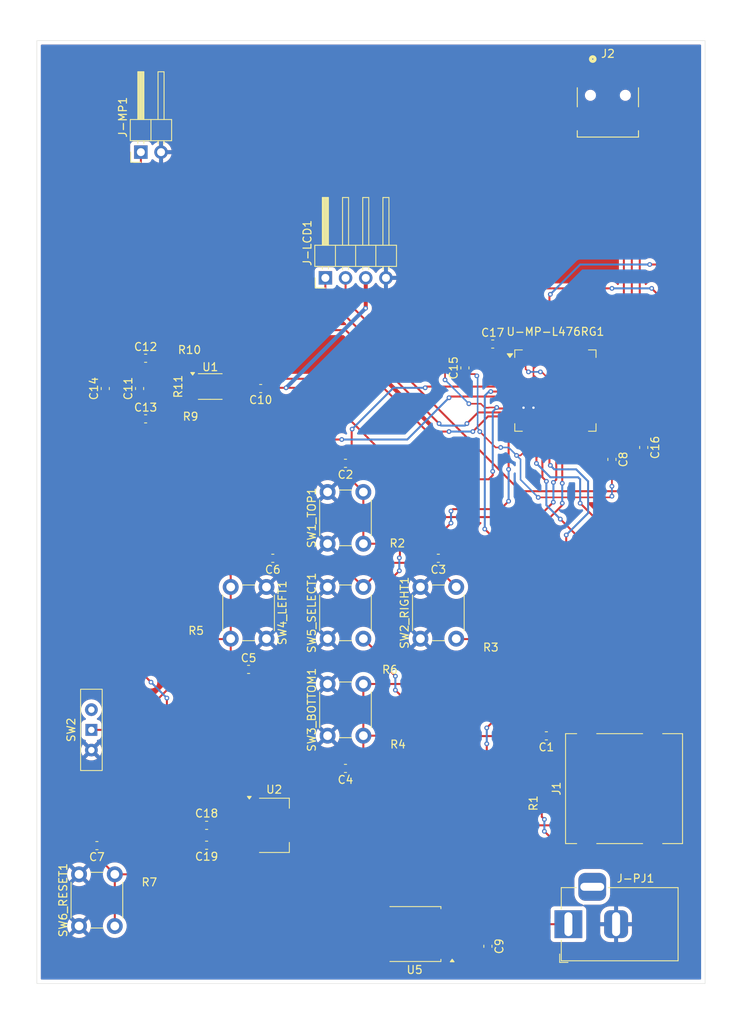
<source format=kicad_pcb>
(kicad_pcb (version 20240108) (generator "pcbnew") (generator_version "8.0")
  (layers (0 "F.Cu" signal) (31 "B.Cu" signal) (34 "B.Paste" user) (35 "F.Paste" user) (36 "B.SilkS" user "B.Silkscreen") (37 "F.SilkS" user "F.Silkscreen") (38 "B.Mask" user) (39 "F.Mask" user) (44 "Edge.Cuts" user))
  (net 0 "")
  (net 1 "MIC")
  (net 2 "GND")
  (net 3 "MSD_CS_SD")
  (net 4 "MSD_MOSI")
  (net 5 "MSD_SCK")
  (net 9 "3.3V")
  (net 12 "Net-(C11-Pad1)")
  (net 14 "Net-(C12-Pad2)")
  (net 16 "Net-(U1-INLO)")
  (net 17 "Net-(U1-INHI)")
  (net 26 "5V")
  (net 33 "PA1")
  (net 37 "PA10")
  (net 38 "PA11")
  (net 39 "PA12")
  (net 58 "MSD_MISO")
  (net 60 "BOTTOM_BUTTON")
  (net 61 "TOP_BUTTON")
  (net 62 "RIGHT_BUTTON")
  (net 63 "LEFT_BUTTON")
  (net 64 "RESET_BUTTON")
  (net 65 "SELECT_BUTTON")
  (net 66 "SCL")
  (net 67 "SDA")
  (net 68 "POWER")
  (net 69 "Net-(C16-Pad2)")
  (net 70 "Net-(C15-Pad1)")
  (net 71 "Net-(U-MP-L476RG1-VBAT)")
  (net 72 "Net-(C16-Pad1)")
  (footprint "Capacitor_SMD:C_0603_1608Metric" (layer "F.Cu") (at 139.328 102.429 180)
    (property "Reference" "C6")
    (property "Value" "0.1u")
  )
  (footprint "Capacitor_SMD:C_0603_1608Metric" (layer "F.Cu") (at 160.156 102.429 180)
    (property "Reference" "C3")
    (property "Value" "0.1u")
  )
  (footprint "Capacitor_SMD:C_0603_1608Metric" (layer "F.Cu") (at 123.326 77.283)
    (property "Reference" "C12")
    (property "Value" "0.1u")
  )
  (footprint "Button_Switch_THT:SW_PUSH_6mm" (layer "F.Cu") (at 146.222 100.599 90)
    (property "Reference" "SW1_TOP1")
    (property "Value" "SW_Push")
  )
  (footprint "Resistor_SMD:R_0201_0603Metric" (layer "F.Cu") (at 155 99.5 180)
    (property "Reference" "R2")
    (property "Value" "30k")
  )
  (footprint "Capacitor_SMD:C_0603_1608Metric" (layer "F.Cu") (at 173.75 124.75 180)
    (property "Reference" "C1")
    (property "Value" "100n")
  )
  (footprint "Resistor_SMD:R_0201_0603Metric" (layer "F.Cu") (at 126.374 80.839 -90)
    (property "Reference" "R11")
    (property "Value" "54.9")
  )
  (footprint "Button_Switch_THT:SW_PUSH_6mm" (layer "F.Cu") (at 157.906 112.537 90)
    (property "Reference" "SW2_RIGHT1")
    (property "Value" "SW_Push")
  )
  (footprint "Capacitor_SMD:C_0603_1608Metric" (layer "F.Cu") (at 136.28 116.399)
    (property "Reference" "C5")
    (property "Value" "0.1u")
  )
  (footprint "Capacitor_SMD:C_0603_1608Metric" (layer "F.Cu") (at 123.326 84.903)
    (property "Reference" "C13")
    (property "Value" "0.01u")
  )
  (footprint "Capacitor_SMD:C_0603_1608Metric" (layer "F.Cu") (at 131 138.5 180)
    (property "Reference" "C19")
    (property "Value" "10u")
  )
  (footprint "Package_QFP:LQFP-64_10x10mm_P0.5mm" (layer "F.Cu") (at 174.888 81.347)
    (property "Reference" "U-MP-L476RG1")
    (property "Value" "STM32L476RGTx")
  )
  (footprint "Capacitor_SMD:C_0603_1608Metric" (layer "F.Cu") (at 148.472 128.845 180)
    (property "Reference" "C4")
    (property "Value" "0.1u")
  )
  (footprint "Package_SO:MSOP-8_3x3mm_P0.65mm" (layer "F.Cu") (at 131.454 80.839)
    (property "Reference" "U1")
    (property "Value" "AD8313xRM")
  )
  (footprint "Button_Switch_THT:SW_PUSH_6mm" (layer "F.Cu") (at 138.53 106.037 -90)
    (property "Reference" "SW4_LEFT1")
    (property "Value" "SW_Push")
  )
  (footprint "Resistor_SMD:R_0201_0603Metric" (layer "F.Cu") (at 173.174 133.221 90)
    (property "Reference" "R1")
    (property "Value" "1k")
  )
  (footprint "Resistor_SMD:R_0201_0603Metric" (layer "F.Cu") (at 123.798 142.105 180)
    (property "Reference" "R7")
    (property "Value" "30k")
  )
  (footprint "Capacitor_SMD:C_0603_1608Metric" (layer "F.Cu") (at 166.394 151.2015 -90)
    (property "Reference" "C9")
    (property "Value" "10u")
  )
  (footprint "Button_Switch_THT:SW_PUSH_6mm" (layer "F.Cu") (at 146.222 124.729 90)
    (property "Reference" "SW3_BOTTOM1")
    (property "Value" "SW_Push")
  )
  (footprint "Port mini usb:TE_1734035-3" (layer "F.Cu") (at 181.492 45.279)
    (property "Reference" "J2")
    (property "Value" "1734035-3")
  )
  (footprint "Resistor_SMD:R_0201_0603Metric" (layer "F.Cu") (at 166.76 112.589 180)
    (property "Reference" "R3")
    (property "Value" "30k")
  )
  (footprint "Connector_Card:microSD_HC_Molex_47219-2001" (layer "F.Cu") (at 183.524 131.385 90)
    (property "Reference" "J1")
    (property "Value" "Micro_SD_Card")
  )
  (footprint "Button_Switch_THT:SW_Slide-03_Wuerth-WS-SLTV_10x2.5x6.4_P2.54mm" (layer "F.Cu") (at 116.5 124 90)
    (property "Reference" "SW2")
    (property "Value" "SW_Wuerth_450301014042")
  )
  (footprint "Capacitor_SMD:C_0603_1608Metric" (layer "F.Cu") (at 118.246 81.093 90)
    (property "Reference" "C14")
    (property "Value" "0.01u")
  )
  (footprint "Connector_PinHeader_2.54mm:PinHeader_1x02_P2.54mm_Horizontal" (layer "F.Cu") (at 122.725 51.375 90)
    (property "Reference" "J-MP1")
    (property "Value" "Conn_01x02_Pin")
  )
  (footprint "Capacitor_SMD:C_0603_1608Metric" (layer "F.Cu") (at 186 88.5 -90)
    (property "Reference" "C16")
    (property "Value" "100n")
  )
  (footprint "Resistor_SMD:R_0201_0603Metric" (layer "F.Cu") (at 155.076 124.781 180)
    (property "Reference" "R4")
    (property "Value" "30k")
  )
  (footprint "Button_Switch_THT:SW_PUSH_6mm" (layer "F.Cu") (at 114.944 148.657 90)
    (property "Reference" "SW6_RESET1")
    (property "Value" "SW_Push")
  )
  (footprint "Resistor_SMD:R_0201_0603Metric" (layer "F.Cu") (at 128.98 85.665)
    (property "Reference" "R9")
    (property "Value" "10")
  )
  (footprint "Resistor_SMD:R_0201_0603Metric" (layer "F.Cu") (at 128.845 77.283)
    (property "Reference" "R10")
    (property "Value" "10")
  )
  (footprint "Button_Switch_THT:SW_PUSH_6mm" (layer "F.Cu") (at 146.222 112.537 90)
    (property "Reference" "SW5_SELECT1")
    (property "Value" "SW_Push")
  )
  (footprint "Connector_PinHeader_2.54mm:PinHeader_1x04_P2.54mm_Horizontal" (layer "F.Cu") (at 145.942 67.18 90)
    (property "Reference" "J-LCD1")
    (property "Value" "Conn_01x04_Pin")
  )
  (footprint "Package_TO_SOT_SMD:SOT-223-3_TabPin2" (layer "F.Cu") (at 139.5 136)
    (property "Reference" "U2")
    (property "Value" "LD1117S33TR_SOT223")
  )
  (footprint "Capacitor_SMD:C_0603_1608Metric" (layer "F.Cu") (at 117.194 138.549 180)
    (property "Reference" "C7")
    (property "Value" "0.1u")
  )
  (footprint "Resistor_SMD:R_0201_0603Metric" (layer "F.Cu") (at 154.06 115.383 180)
    (property "Reference" "R6")
    (property "Value" "30k")
  )
  (footprint "Package_TO_SOT_SMD:TO-252-3_TabPin2" (layer "F.Cu") (at 157.172 149.665 180)
    (property "Reference" "U5")
    (property "Value" "LM1117DT-3.3")
  )
  (footprint "Resistor_SMD:R_0201_0603Metric" (layer "F.Cu") (at 129.676 112.589)
    (property "Reference" "R5")
    (property "Value" "30k")
  )
  (footprint "Capacitor_SMD:C_0603_1608Metric" (layer "F.Cu") (at 182 90 -90)
    (property "Reference" "C8")
    (property "Value" "100n")
  )
  (footprint "Capacitor_SMD:C_0603_1608Metric" (layer "F.Cu") (at 163.5 78.5 90)
    (property "Reference" "C15")
    (property "Value" "100n")
  )
  (footprint "Capacitor_SMD:C_0603_1608Metric" (layer "F.Cu") (at 148.472 90.491 180)
    (property "Reference" "C2")
    (property "Value" "0.1u")
  )
  (footprint "Capacitor_SMD:C_0603_1608Metric" (layer "F.Cu") (at 167 75.5)
    (property "Reference" "C17")
    (property "Value" "100n")
  )
  (footprint "Capacitor_SMD:C_0603_1608Metric" (layer "F.Cu") (at 137.804 81.093 180)
    (property "Reference" "C10")
    (property "Value" "20u")
  )
  (footprint "Connector_BarrelJack:BarrelJack_Horizontal" (layer "F.Cu") (at 176.524 148.4275 180)
    (property "Reference" "J-PJ1")
    (property "Value" "Barrel_Jack_Switch")
  )
  (footprint "Capacitor_SMD:C_0603_1608Metric" (layer "F.Cu") (at 122.564 81.093 90)
    (property "Reference" "C11")
    (property "Value" "0.1u")
  )
  (footprint "Capacitor_SMD:C_0603_1608Metric" (layer "F.Cu") (at 131 136 180)
    (property "Reference" "C18")
    (property "Value" "10u")
  )
  (gr_rect (start 109.636 37.355) (end 193.722 155.885) (stroke (width 0.05)) (fill none) (layer "Edge.Cuts"))
  (segment (start 148.5 73.75) (end 125.25 73.75) (width 0.25) (layer "F.Cu") (net 1))
  (segment (start 160.25 85.5) (end 148.5 73.75) (width 0.25) (layer "F.Cu") (net 1))
  (segment (start 122.725 71.225) (end 122.725 51.375) (width 0.25) (layer "F.Cu") (net 1))
  (segment (start 125.25 73.75) (end 122.725 71.225) (width 0.25) (layer "F.Cu") (net 1))
  (segment (start 165.153 84.097) (end 163.75 85.5) (width 0.25) (layer "F.Cu") (net 1))
  (segment (start 169.213 84.097) (end 165.153 84.097) (width 0.25) (layer "F.Cu") (net 1))
  (via (at 163.75 85.5) (size 0.6) (drill 0.3) (layers "F.Cu" "B.Cu") (net 1))
  (via (at 160.25 85.5) (size 0.6) (drill 0.3) (layers "F.Cu" "B.Cu") (net 1))
  (segment (start 163.75 85.5) (end 163.5 85.75) (width 0.25) (layer "B.Cu") (net 1))
  (segment (start 160.5 85.75) (end 160.25 85.5) (width 0.25) (layer "B.Cu") (net 1))
  (segment (start 163.5 85.75) (end 160.5 85.75) (width 0.25) (layer "B.Cu") (net 1))
  (segment (start 172.125 83.5) (end 172.5 83.875) (width 0.2) (layer "F.Cu") (net 2))
  (segment (start 171 83.5) (end 170.875 83.5) (width 0.2) (layer "F.Cu") (net 2))
  (segment (start 171.638 75.672) (end 171.638 76.47941) (width 0.2) (layer "F.Cu") (net 2))
  (segment (start 170.597 83.097) (end 171 83.5) (width 0.2) (layer "F.Cu") (net 2))
  (segment (start 172.125 76.96641) (end 172.125 83.5) (width 0.2) (layer "F.Cu") (net 2))
  (segment (start 171.638 76.47941) (end 172.125 76.96641) (width 0.2) (layer "F.Cu") (net 2))
  (segment (start 172.5 84.5) (end 171.638 85.362) (width 0.2) (layer "F.Cu") (net 2))
  (segment (start 169.213 83.097) (end 170.597 83.097) (width 0.2) (layer "F.Cu") (net 2))
  (segment (start 171.638 85.362) (end 171.638 87.022) (width 0.2) (layer "F.Cu") (net 2))
  (segment (start 172.5 83.875) (end 172.5 84.5) (width 0.2) (layer "F.Cu") (net 2))
  (via (at 170.875 83.5) (size 0.6) (drill 0.3) (layers "F.Cu" "B.Cu") (net 2))
  (via (at 172.125 83.5) (size 0.6) (drill 0.3) (layers "F.Cu" "B.Cu") (net 2))
  (segment (start 170.875 83.5) (end 172.125 83.5) (width 0.2) (layer "B.Cu") (net 2))
  (segment (start 189 65.5) (end 186.75 65.5) (width 0.25) (layer "F.Cu") (net 3))
  (segment (start 174.25 69.25) (end 174.138 69.362) (width 0.25) (layer "F.Cu") (net 3))
  (segment (start 182.25 140.25) (end 190 132.5) (width 0.25) (layer "F.Cu") (net 3))
  (segment (start 181.373 133.541) (end 181.424 133.49) (width 0.25) (layer "F.Cu") (net 3))
  (segment (start 190 66.5) (end 189 65.5) (width 0.25) (layer "F.Cu") (net 3))
  (segment (start 190 132.5) (end 190 66.5) (width 0.25) (layer "F.Cu") (net 3))
  (segment (start 173.5 136.75) (end 177 140.25) (width 0.25) (layer "F.Cu") (net 3))
  (segment (start 177 140.25) (end 182.25 140.25) (width 0.25) (layer "F.Cu") (net 3))
  (segment (start 173.174 134.924) (end 173.5 135.25) (width 0.25) (layer "F.Cu") (net 3))
  (segment (start 174.138 69.362) (end 174.138 75.672) (width 0.25) (layer "F.Cu") (net 3))
  (segment (start 173.174 133.541) (end 173.174 134.924) (width 0.25) (layer "F.Cu") (net 3))
  (segment (start 173.174 133.541) (end 181.373 133.541) (width 0.25) (layer "F.Cu") (net 3))
  (via (at 173.5 136.75) (size 0.6) (drill 0.3) (layers "F.Cu" "B.Cu") (net 3))
  (via (at 173.5 135.25) (size 0.6) (drill 0.3) (layers "F.Cu" "B.Cu") (net 3))
  (via (at 174.25 69.25) (size 0.6) (drill 0.3) (layers "F.Cu" "B.Cu") (net 3))
  (via (at 186.75 65.5) (size 0.6) (drill 0.3) (layers "F.Cu" "B.Cu") (net 3))
  (segment (start 173.5 135.25) (end 173.5 136.75) (width 0.25) (layer "B.Cu") (net 3))
  (segment (start 178 65.5) (end 174.25 69.25) (width 0.25) (layer "B.Cu") (net 3))
  (segment (start 186.75 65.5) (end 178 65.5) (width 0.25) (layer "B.Cu") (net 3))
  (segment (start 174.138 87.022) (end 174.138 90.638) (width 0.25) (layer "F.Cu") (net 4))
  (segment (start 174.138 90.638) (end 174.25 90.75) (width 0.25) (layer "F.Cu") (net 4))
  (segment (start 178.89 132.39) (end 176.25 129.75) (width 0.25) (layer "F.Cu") (net 4))
  (segment (start 176.25 129.75) (end 176.25 99.5) (width 0.25) (layer "F.Cu") (net 4))
  (segment (start 181.424 132.39) (end 178.89 132.39) (width 0.25) (layer "F.Cu") (net 4))
  (via (at 176.25 99.5) (size 0.6) (drill 0.3) (layers "F.Cu" "B.Cu") (net 4))
  (via (at 174.25 90.75) (size 0.6) (drill 0.3) (layers "F.Cu" "B.Cu") (net 4))
  (segment (start 179 96.75) (end 179 92.75) (width 0.25) (layer "B.Cu") (net 4))
  (segment (start 176.25 99.5) (end 179 96.75) (width 0.25) (layer "B.Cu") (net 4))
  (segment (start 177.5 91.25) (end 176.5 91.25) (width 0.25) (layer "B.Cu") (net 4))
  (segment (start 179 92.75) (end 177.5 91.25) (width 0.25) (layer "B.Cu") (net 4))
  (segment (start 176.5 91.25) (end 174.75 91.25) (width 0.25) (layer "B.Cu") (net 4))
  (segment (start 174.75 91.25) (end 174.25 90.75) (width 0.25) (layer "B.Cu") (net 4))
  (segment (start 173.138 89.112) (end 173.138 87.022) (width 0.25) (layer "F.Cu") (net 5))
  (segment (start 172.5 90.5) (end 172.5 89.75) (width 0.25) (layer "F.Cu") (net 5))
  (segment (start 182.424 130.19) (end 184 128.614) (width 0.25) (layer "F.Cu") (net 5))
  (segment (start 184 128.614) (end 184 101.5) (width 0.25) (layer "F.Cu") (net 5))
  (segment (start 181.424 130.19) (end 182.424 130.19) (width 0.25) (layer "F.Cu") (net 5))
  (segment (start 172.5 89.75) (end 173.138 89.112) (width 0.25) (layer "F.Cu") (net 5))
  (segment (start 184 101.5) (end 178 95.5) (width 0.25) (layer "F.Cu") (net 5))
  (via (at 172.5 90.5) (size 0.6) (drill 0.3) (layers "F.Cu" "B.Cu") (net 5))
  (via (at 178 95.5) (size 0.6) (drill 0.3) (layers "F.Cu" "B.Cu") (net 5))
  (segment (start 172.5 90.5) (end 174.25 92.25) (width 0.25) (layer "B.Cu") (net 5))
  (segment (start 177.75 92.25) (end 178 92.5) (width 0.25) (layer "B.Cu") (net 5))
  (segment (start 178 92.5) (end 178 95.5) (width 0.25) (layer "B.Cu") (net 5))
  (segment (start 174.25 92.25) (end 177.75 92.25) (width 0.25) (layer "B.Cu") (net 5))
  (segment (start 167.5 83.472) (end 167.625 83.597) (width 0.25) (layer "F.Cu") (net 9))
  (segment (start 145 81) (end 156.5 92.5) (width 0.25) (layer "F.Cu") (net 9))
  (segment (start 167.08 114.67) (end 167.08 112.589) (width 0.25) (layer "F.Cu") (net 9))
  (segment (start 151.022 67.18) (end 151.022 70.978) (width 0.5) (layer "F.Cu") (net 9))
  (segment (start 131.775 136) (end 136.35 136) (width 0.25) (layer "F.Cu") (net 9))
  (segment (start 152.25 143.25) (end 164.75 143.25) (width 0.25) (layer "F.Cu") (net 9))
  (segment (start 131.75 119.25) (end 138 119.25) (width 0.25) (layer "F.Cu") (net 9))
  (segment (start 164.75 143.25) (end 172 136) (width 0.25) (layer "F.Cu") (net 9))
  (segment (start 181.424 131.29) (end 182.54 131.29) (width 0.25) (layer "F.Cu") (net 9))
  (segment (start 155.25 104) (end 154.38 104.87) (width 0.25) (layer "F.Cu") (net 9))
  (segment (start 151 144.5) (end 152.25 143.25) (width 0.25) (layer "F.Cu") (net 9))
  (segment (start 166.5 83.5) (end 166.528 83.472) (width 0.2) (layer "F.Cu") (net 9))
  (segment (start 129.356 116.856) (end 131.75 119.25) (width 0.25) (layer "F.Cu") (net 9))
  (segment (start 166.367 115.383) (end 167.08 114.67) (width 0.25) (layer "F.Cu") (net 9))
  (segment (start 162.212 149.665) (end 164.165 149.665) (width 0.25) (layer "F.Cu") (net 9))
  (segment (start 155.396 119.646) (end 155.396 124.781) (width 0.25) (layer "F.Cu") (net 9))
  (segment (start 161 77) (end 161 80) (width 0.2) (layer "F.Cu") (net 9))
  (segment (start 136.545 142.105) (end 124.118 142.105) (width 0.25) (layer "F.Cu") (net 9))
  (segment (start 184 134.75) (end 182.75 136) (width 0.25) (layer "F.Cu") (net 9))
  (segment (start 172.975 131.225) (end 173.174 131.424) (width 0.25) (layer "F.Cu") (net 9))
  (segment (start 156.5 97) (end 155.396 95.896) (width 0.25) (layer "F.Cu") (net 9))
  (segment (start 155.25 102.375) (end 155.32 102.305) (width 0.25) (layer "F.Cu") (net 9))
  (segment (start 166.5 92.5) (end 167 92) (width 0.25) (layer "F.Cu") (net 9))
  (segment (start 164 83) (end 165.5 83) (width 0.2) (layer "F.Cu") (net 9))
  (segment (start 156.5 92.5) (end 166.5 92.5) (width 0.25) (layer "F.Cu") (net 9))
  (segment (start 155.396 93.604) (end 156.5 92.5) (width 0.25) (layer "F.Cu") (net 9))
  (segment (start 173.174 131.424) (end 173.174 132.901) (width 0.25) (layer "F.Cu") (net 9))
  (segment (start 159.112 149.665) (end 157.587 148.14) (width 0.25) (layer "F.Cu") (net 9))
  (segment (start 151.022 70.978) (end 151 71) (width 0.5) (layer "F.Cu") (net 9))
  (segment (start 138.672 81) (end 138.579 81.093) (width 0.25) (layer "F.Cu") (net 9))
  (segment (start 184 132.75) (end 184 134.75) (width 0.25) (layer "F.Cu") (net 9))
  (segment (start 167.625 83.597) (end 169.213 83.597) (width 0.25) (layer "F.Cu") (net 9))
  (segment (start 171.5 133.25) (end 171.5 135.25) (width 0.25) (layer "F.Cu") (net 9))
  (segment (start 171.849 132.901) (end 171.5 133.25) (width 0.25) (layer "F.Cu") (net 9))
  (segment (start 138 119.25) (end 141 116.25) (width 0.25) (layer "F.Cu") (net 9))
  (segment (start 167 92) (end 167 91.5) (width 0.25) (layer "F.Cu") (net 9))
  (segment (start 129.356 115.644) (end 121 124) (width 0.25) (layer "F.Cu") (net 9))
  (segment (start 173.174 132.901) (end 171.849 132.901) (width 0.25) (layer "F.Cu") (net 9))
  (segment (start 164.75 150.25) (end 164.75 153.5) (width 0.25) (layer "F.Cu") (net 9))
  (segment (start 164 154.25) (end 152 154.25) (width 0.25) (layer "F.Cu") (net 9))
  (segment (start 166.528 83.472) (end 167.5 83.472) (width 0.2) (layer "F.Cu") (net 9))
  (segment (start 182.75 136) (end 172.25 136) (width 0.25) (layer "F.Cu") (net 9))
  (segment (start 151 153.25) (end 151 144.5) (width 0.25) (layer "F.Cu") (net 9))
  (segment (start 182.54 131.29) (end 184 132.75) (width 0.25) (layer "F.Cu") (net 9))
  (segment (start 129.356 112.589) (end 129.356 115.644) (width 0.25) (layer "F.Cu") (net 9))
  (segment (start 171.5 135.25) (end 172.25 136) (width 0.25) (layer "F.Cu") (net 9))
  (segment (start 154.38 115.62) (end 154.38 115.383) (width 0.25) (layer "F.Cu") (net 9))
  (segment (start 141 116.25) (end 153.75 116.25) (width 0.25) (layer "F.Cu") (net 9))
  (segment (start 162.212 149.665) (end 159.112 149.665) (width 0.25) (layer "F.Cu") (net 9))
  (segment (start 152 154.25) (end 151 153.25) (width 0.25) (layer "F.Cu") (net 9))
  (segment (start 154.38 104.87) (end 154.38 115.383) (width 0.25) (layer "F.Cu") (net 9))
  (segment (start 154.75 119) (end 155.396 119.646) (width 0.25) (layer "F.Cu") (net 9))
  (segment (start 165.5 83) (end 166 83.5) (width 0.2) (layer "F.Cu") (net 9))
  (segment (start 116.5 124) (end 121 124) (width 0.25) (layer "F.Cu") (net 9))
  (segment (start 129.356 115.644) (end 129.356 116.856) (width 0.25) (layer "F.Cu") (net 9))
  (segment (start 153.75 116.25) (end 154.38 115.62) (width 0.25) (layer "F.Cu") (net 9))
  (segment (start 141 81) (end 145 81) (width 0.25) (layer "F.Cu") (net 9))
  (segment (start 121 124) (end 124.118 127.118) (width 0.25) (layer "F.Cu") (net 9))
  (segment (start 162.5 75.5) (end 161 77) (width 0.2) (layer "F.Cu") (net 9))
  (segment (start 155.32 102.305) (end 155.32 99.5) (width 0.25) (layer "F.Cu") (net 9))
  (segment (start 164.165 149.665) (end 164.75 150.25) (width 0.25) (layer "F.Cu") (net 9))
  (segment (start 124.118 127.118) (end 124.118 142.105) (width 0.25) (layer "F.Cu") (net 9))
  (segment (start 164.75 153.5) (end 164 154.25) (width 0.25) (layer "F.Cu") (net 9))
  (segment (start 155.396 124.781) (end 172.944 124.781) (width 0.25) (layer "F.Cu") (net 9))
  (segment (start 155.396 95.896) (end 155.396 93.604) (width 0.25) (layer "F.Cu") (net 9))
  (segment (start 154.38 115.383) (end 166.367 115.383) (width 0.25) (layer "F.Cu") (net 9))
  (segment (start 141 81) (end 138.672 81) (width 0.25) (layer "F.Cu") (net 9))
  (segment (start 172.944 124.781) (end 172.975 124.75) (width 0.25) (layer "F.Cu") (net 9))
  (segment (start 172.975 124.75) (end 172.975 131.225) (width 0.25) (layer "F.Cu") (net 9))
  (segment (start 172 136) (end 172.25 136) (width 0.25) (layer "F.Cu") (net 9))
  (segment (start 166 83.5) (end 166.5 83.5) (width 0.2) (layer "F.Cu") (net 9))
  (segment (start 166.225 75.5) (end 162.5 75.5) (width 0.2) (layer "F.Cu") (net 9))
  (segment (start 153.75 116.25) (end 154.75 117.25) (width 0.25) (layer "F.Cu") (net 9))
  (segment (start 142.65 136) (end 136.545 142.105) (width 0.25) (layer "F.Cu") (net 9))
  (segment (start 156 99.5) (end 155.32 99.5) (width 0.25) (layer "F.Cu") (net 9))
  (segment (start 156.5 99) (end 156 99.5) (width 0.25) (layer "F.Cu") (net 9))
  (segment (start 156.5 97) (end 156.5 99) (width 0.25) (layer "F.Cu") (net 9))
  (via (at 151 71) (size 0.6) (drill 0.3) (layers "F.Cu" "B.Cu") (net 9))
  (via (at 164 83) (size 0.6) (drill 0.3) (layers "F.Cu" "B.Cu") (net 9))
  (via (at 141 81) (size 0.6) (drill 0.3) (layers "F.Cu" "B.Cu") (net 9))
  (via (at 154.75 117.25) (size 0.6) (drill 0.3) (layers "F.Cu" "B.Cu") (net 9))
  (via (at 154.75 119) (size 0.6) (drill 0.3) (layers "F.Cu" "B.Cu") (net 9))
  (via (at 161 80) (size 0.6) (drill 0.3) (layers "F.Cu" "B.Cu") (net 9))
  (via (at 155.25 104) (size 0.6) (drill 0.3) (layers "F.Cu" "B.Cu") (net 9))
  (via (at 167 91.5) (size 0.6) (drill 0.3) (layers "F.Cu" "B.Cu") (net 9))
  (via (at 167.5 83.472) (size 0.6) (drill 0.3) (layers "F.Cu" "B.Cu") (net 9))
  (via (at 155.25 102.375) (size 0.6) (drill 0.3) (layers "F.Cu" "B.Cu") (net 9))
  (segment (start 154.75 117.25) (end 154.75 119) (width 0.25) (layer "B.Cu") (net 9))
  (segment (start 161 80) (end 164 83) (width 0.2) (layer "B.Cu") (net 9))
  (segment (start 155.25 104) (end 155.25 102.375) (width 0.25) (layer "B.Cu") (net 9))
  (segment (start 167.5 83.5) (end 167.5 83.472) (width 0.25) (layer "B.Cu") (net 9))
  (segment (start 167 84) (end 167.5 83.5) (width 0.25) (layer "B.Cu") (net 9))
  (segment (start 151 71) (end 141 81) (width 0.5) (layer "B.Cu") (net 9))
  (segment (start 167 91.5) (end 167 84) (width 0.25) (layer "B.Cu") (net 9))
  (segment (start 129.3 85.665) (end 129.3 81.8555) (width 0.25) (layer "F.Cu") (net 12))
  (segment (start 129.3 81.8555) (end 129.3415 81.814) (width 0.25) (layer "F.Cu") (net 12))
  (segment (start 129.3415 77.4595) (end 129.165 77.283) (width 0.25) (layer "F.Cu") (net 14))
  (segment (start 124.101 77.283) (end 124.101 76.899) (width 0.25) (layer "F.Cu") (net 14))
  (segment (start 129.165 76.165) (end 129.165 77.283) (width 0.25) (layer "F.Cu") (net 14))
  (segment (start 129.3415 79.864) (end 129.3415 77.4595) (width 0.25) (layer "F.Cu") (net 14))
  (segment (start 129 76) (end 129.165 76.165) (width 0.25) (layer "F.Cu") (net 14))
  (segment (start 124.101 76.899) (end 125 76) (width 0.25) (layer "F.Cu") (net 14))
  (segment (start 125 76) (end 129 76) (width 0.25) (layer "F.Cu") (net 14))
  (segment (start 124.101 84.903) (end 125.597 84.903) (width 0.25) (layer "F.Cu") (net 16))
  (segment (start 126.374 84.126) (end 126.374 81.159) (width 0.25) (layer "F.Cu") (net 16))
  (segment (start 129.3365 81.159) (end 129.3415 81.164) (width 0.25) (layer "F.Cu") (net 16))
  (segment (start 126.374 81.159) (end 129.3365 81.159) (width 0.25) (layer "F.Cu") (net 16))
  (segment (start 125.597 84.903) (end 126.374 84.126) (width 0.25) (layer "F.Cu") (net 16))
  (segment (start 118.75 79) (end 126.5 79) (width 0.25) (layer "F.Cu") (net 17))
  (segment (start 128.009 80.519) (end 128.014 80.514) (width 0.25) (layer "F.Cu") (net 17))
  (segment (start 118.246 79.504) (end 118.75 79) (width 0.25) (layer "F.Cu") (net 17))
  (segment (start 126.5 79) (end 128.014 80.514) (width 0.25) (layer "F.Cu") (net 17))
  (segment (start 126.374 80.519) (end 128.009 80.519) (width 0.25) (layer "F.Cu") (net 17))
  (segment (start 118.246 80.318) (end 118.246 79.504) (width 0.25) (layer "F.Cu") (net 17))
  (segment (start 128.014 80.514) (end 129.3415 80.514) (width 0.25) (layer "F.Cu") (net 17))
  (segment (start 131.775 139.725) (end 131.775 138.5) (width 0.25) (layer "F.Cu") (net 26))
  (segment (start 126 120) (end 126 139) (width 0.25) (layer "F.Cu") (net 26))
  (segment (start 117.446 111.446) (end 124 118) (width 0.25) (layer "F.Cu") (net 26))
  (segment (start 131.775 138.5) (end 136.15 138.5) (width 0.25) (layer "F.Cu") (net 26))
  (segment (start 131 140.5) (end 131.775 139.725) (width 0.25) (layer "F.Cu") (net 26))
  (segment (start 127.5 140.5) (end 131 140.5) (width 0.25) (layer "F.Cu") (net 26))
  (segment (start 118.563604 78.55) (end 117.446 79.667604) (width 0.25) (layer "F.Cu") (net 26))
  (segment (start 126 139) (end 127.5 140.5) (width 0.25) (layer "F.Cu") (net 26))
  (segment (start 117.446 79.667604) (end 117.446 111.446) (width 0.25) (layer "F.Cu") (net 26))
  (segment (start 128.525 77.283) (end 127.258 78.55) (width 0.25) (layer "F.Cu") (net 26))
  (segment (start 127.258 78.55) (end 118.563604 78.55) (width 0.25) (layer "F.Cu") (net 26))
  (segment (start 136.15 138.5) (end 136.35 138.3) (width 0.25) (layer "F.Cu") (net 26))
  (via (at 126 120) (size 0.6) (drill 0.3) (layers "F.Cu" "B.Cu") (net 26))
  (via (at 124 118) (size 0.6) (drill 0.3) (layers "F.Cu" "B.Cu") (net 26))
  (segment (start 124 118) (end 126 120) (width 0.25) (layer "B.Cu") (net 26))
  (segment (start 161.5 86.5) (end 158.75 86.5) (width 0.25) (layer "F.Cu") (net 33))
  (segment (start 152.114 79.864) (end 133.5665 79.864) (width 0.25) (layer "F.Cu") (net 33))
  (segment (start 158.75 86.5) (end 152.114 79.864) (width 0.25) (layer "F.Cu") (net 33))
  (segment (start 166.403 84.597) (end 169.213 84.597) (width 0.25) (layer "F.Cu") (net 33))
  (segment (start 164.5 86.5) (end 166.403 84.597) (width 0.25) (layer "F.Cu") (net 33))
  (via (at 161.5 86.5) (size 0.6) (drill 0.3) (layers "F.Cu" "B.Cu") (net 33))
  (via (at 164.5 86.5) (size 0.6) (drill 0.3) (layers "F.Cu" "B.Cu") (net 33))
  (segment (start 164.5 86.5) (end 161.5 86.5) (width 0.25) (layer "B.Cu") (net 33))
  (segment (start 182.292 50.792) (end 185.5 54) (width 0.25) (layer "F.Cu") (net 37))
  (segment (start 185.5 77.5) (end 182.903 80.097) (width 0.25) (layer "F.Cu") (net 37))
  (segment (start 185.5 54) (end 185.5 77.5) (width 0.25) (layer "F.Cu") (net 37))
  (segment (start 182.903 80.097) (end 180.563 80.097) (width 0.25) (layer "F.Cu") (net 37))
  (segment (start 182.292 41.629) (end 182.292 50.792) (width 0.25) (layer "F.Cu") (net 37))
  (segment (start 179.720236 79.597) (end 180.563 79.597) (width 0.25) (layer "F.Cu") (net 38))
  (segment (start 180.692 51.192) (end 183.5 54) (width 0.25) (layer "F.Cu") (net 38))
  (segment (start 179 78.876764) (end 179.720236 79.597) (width 0.25) (layer "F.Cu") (net 38))
  (segment (start 183.5 54) (end 183.5 72.5) (width 0.25) (layer "F.Cu") (net 38))
  (segment (start 180.692 41.629) (end 180.692 51.192) (width 0.25) (layer "F.Cu") (net 38))
  (segment (start 179 77) (end 179 78.876764) (width 0.25) (layer "F.Cu") (net 38))
  (segment (start 183.5 72.5) (end 179 77) (width 0.25) (layer "F.Cu") (net 38))
  (segment (start 184.5 54) (end 184.5 77) (width 0.25) (layer "F.Cu") (net 39))
  (segment (start 182.403 79.097) (end 180.563 79.097) (width 0.25) (layer "F.Cu") (net 39))
  (segment (start 181.492 50.992) (end 184.5 54) (width 0.25) (layer "F.Cu") (net 39))
  (segment (start 184.5 77) (end 182.403 79.097) (width 0.25) (layer "F.Cu") (net 39))
  (segment (start 181.492 41.629) (end 181.492 50.992) (width 0.25) (layer "F.Cu") (net 39))
  (segment (start 183 127.414) (end 183 105) (width 0.25) (layer "F.Cu") (net 58))
  (segment (start 182.424 127.99) (end 183 127.414) (width 0.25) (layer "F.Cu") (net 58))
  (segment (start 173.25 89.636396) (end 173.638 89.248396) (width 0.25) (layer "F.Cu") (net 58))
  (segment (start 173.638 89.248396) (end 173.638 87.022) (width 0.25) (layer "F.Cu") (net 58))
  (segment (start 173.25 92.25) (end 173.25 89.636396) (width 0.25) (layer "F.Cu") (net 58))
  (segment (start 173.75 92.75) (end 173.25 92.25) (width 0.25) (layer "F.Cu") (net 58))
  (segment (start 183 105) (end 175.5 97.5) (width 0.25) (layer "F.Cu") (net 58))
  (segment (start 181.424 127.99) (end 182.424 127.99) (width 0.25) (layer "F.Cu") (net 58))
  (via (at 175.5 97.5) (size 0.6) (drill 0.3) (layers "F.Cu" "B.Cu") (net 58))
  (via (at 173.75 92.75) (size 0.6) (drill 0.3) (layers "F.Cu" "B.Cu") (net 58))
  (segment (start 173.75 92.75) (end 173.75 95.75) (width 0.25) (layer "B.Cu") (net 58))
  (segment (start 173.75 95.75) (end 175.5 97.5) (width 0.25) (layer "B.Cu") (net 58))
  (segment (start 168.75 115) (end 168.75 101.5) (width 0.25) (layer "F.Cu") (net 60))
  (segment (start 166.75 81.472) (end 167.722 81.472) (width 0.25) (layer "F.Cu") (net 60))
  (segment (start 150.722 124.729) (end 150.722 127.37) (width 0.25) (layer "F.Cu") (net 60))
  (segment (start 150.722 118.229) (end 150.722 124.729) (width 0.25) (layer "F.Cu") (net 60))
  (segment (start 154.704 124.729) (end 154.756 124.781) (width 0.25) (layer "F.Cu") (net 60))
  (segment (start 165.521 118.229) (end 168.75 115) (width 0.25) (layer "F.Cu") (net 60))
  (segment (start 167.847 81.597) (end 169.213 81.597) (width 0.25) (layer "F.Cu") (net 60))
  (segment (start 168.75 101.5) (end 166 98.75) (width 0.25) (layer "F.Cu") (net 60))
  (segment (start 150.722 118.229) (end 165.521 118.229) (width 0.25) (layer "F.Cu") (net 60))
  (segment (start 150.722 124.729) (end 154.704 124.729) (width 0.25) (layer "F.Cu") (net 60))
  (segment (start 150.722 127.37) (end 149.247 128.845) (width 0.25) (layer "F.Cu") (net 60))
  (segment (start 167.722 81.472) (end 167.847 81.597) (width 0.25) (layer "F.Cu") (net 60))
  (via (at 166.75 81.472) (size 0.6) (drill 0.3) (layers "F.Cu" "B.Cu") (net 60))
  (via (at 166 98.75) (size 0.6) (drill 0.3) (layers "F.Cu" "B.Cu") (net 60))
  (segment (start 166 82) (end 166 98.75) (width 0.25) (layer "B.Cu") (net 60))
  (segment (start 166.75 81.472) (end 166.528 81.472) (width 0.25) (layer "B.Cu") (net 60))
  (segment (start 166.528 81.472) (end 166 82) (width 0.25) (layer "B.Cu") (net 60))
  (segment (start 150.722 100.599) (end 150.722 94.099) (width 0.25) (layer "F.Cu") (net 61))
  (segment (start 149.25 86.25) (end 149.308058 86.191942) (width 0.25) (layer "F.Cu") (net 61))
  (segment (start 168.370236 81.097) (end 169.213 81.097) (width 0.25) (layer "F.Cu") (net 61))
  (segment (start 149.247 88.753) (end 149.25 88.75) (width 0.25) (layer "F.Cu") (net 61))
  (segment (start 158.653 80.847) (end 168.120236 80.847) (width 0.25) (layer "F.Cu") (net 61))
  (segment (start 152.401 100.599) (end 153.5 99.5) (width 0.25) (layer "F.Cu") (net 61))
  (segment (start 158.5 81) (end 158.653 80.847) (width 0.25) (layer "F.Cu") (net 61))
  (segment (start 150.722 100.599) (end 152.401 100.599) (width 0.25) (layer "F.Cu") (net 61))
  (segment (start 149.247 92.624) (end 150.722 94.099) (width 0.25) (layer "F.Cu") (net 61))
  (segment (start 149.247 90.491) (end 149.247 92.624) (width 0.25) (layer "F.Cu") (net 61))
  (segment (start 149.247 90.491) (end 149.247 88.753) (width 0.25) (layer "F.Cu") (net 61))
  (segment (start 149.25 88.75) (end 149.25 86.25) (width 0.25) (layer "F.Cu") (net 61))
  (segment (start 168.120236 80.847) (end 168.370236 81.097) (width 0.25) (layer "F.Cu") (net 61))
  (segment (start 153.5 99.5) (end 154.68 99.5) (width 0.25) (layer "F.Cu") (net 61))
  (via (at 149.308058 86.191942) (size 0.6) (drill 0.3) (layers "F.Cu" "B.Cu") (net 61))
  (via (at 158.5 81) (size 0.6) (drill 0.3) (layers "F.Cu" "B.Cu") (net 61))
  (segment (start 149.308058 86.191942) (end 154.5 81) (width 0.25) (layer "B.Cu") (net 61))
  (segment (start 154.5 81) (end 158.5 81) (width 0.25) (layer "B.Cu") (net 61))
  (segment (start 171.097 82.597) (end 169.213 82.597) (width 0.25) (layer "F.Cu") (net 62))
  (segment (start 168 96.25) (end 169 95.25) (width 0.25) (layer "F.Cu") (net 62))
  (segment (start 171.5 84.75) (end 171.5 83) (width 0.25) (layer "F.Cu") (net 62))
  (segment (start 160.931 102.429) (end 160.931 98.819) (width 0.25) (layer "F.Cu") (net 62))
  (segment (start 162.458 112.589) (end 162.406 112.537) (width 0.25) (layer "F.Cu") (net 62))
  (segment (start 169 91.25) (end 169 87.25) (width 0.25) (layer "F.Cu") (net 62))
  (segment (start 171.5 83) (end 171.097 82.597) (width 0.25) (layer "F.Cu") (net 62))
  (segment (start 160.931 104.562) (end 162.406 106.037) (width 0.25) (layer "F.Cu") (net 62))
  (segment (start 166.44 112.589) (end 162.458 112.589) (width 0.25) (layer "F.Cu") (net 62))
  (segment (start 161.75 96.5) (end 162 96.25) (width 0.25) (layer "F.Cu") (net 62))
  (segment (start 162 96.25) (end 168 96.25) (width 0.25) (layer "F.Cu") (net 62))
  (segment (start 160.931 102.429) (end 160.931 104.562) (width 0.25) (layer "F.Cu") (net 62))
  (segment (start 169 87.25) (end 171.5 84.75) (width 0.25) (layer "F.Cu") (net 62))
  (segment (start 160.931 98.819) (end 161.75 98) (width 0.25) (layer "F.Cu") (net 62))
  (via (at 161.75 98) (size 0.6) (drill 0.3) (layers "F.Cu" "B.Cu") (net 62))
  (via (at 161.75 96.5) (size 0.6) (drill 0.3) (layers "F.Cu" "B.Cu") (net 62))
  (via (at 169 95.25) (size 0.6) (drill 0.3) (layers "F.Cu" "B.Cu") (net 62))
  (via (at 169 91.25) (size 0.6) (drill 0.3) (layers "F.Cu" "B.Cu") (net 62))
  (segment (start 161.75 98) (end 161.75 96.5) (width 0.25) (layer "B.Cu") (net 62))
  (segment (start 169 95.25) (end 169 91.25) (width 0.25) (layer "B.Cu") (net 62))
  (segment (start 134.03 112.537) (end 134.03 114.924) (width 0.25) (layer "F.Cu") (net 63))
  (segment (start 148 87.5) (end 146.75 87.5) (width 0.25) (layer "F.Cu") (net 63))
  (segment (start 134.03 106.037) (end 134.03 112.537) (width 0.25) (layer "F.Cu") (net 63))
  (segment (start 133.978 112.589) (end 134.03 112.537) (width 0.25) (layer "F.Cu") (net 63))
  (segment (start 134 104.592787) (end 134.03 104.622787) (width 0.25) (layer "F.Cu") (net 63))
  (segment (start 144.5 89.75) (end 136.75 89.75) (width 0.25) (layer "F.Cu") (net 63))
  (segment (start 161.653 82.097) (end 169.213 82.097) (width 0.25) (layer "F.Cu") (net 63))
  (segment (start 134.03 114.924) (end 135.505 116.399) (width 0.25) (layer "F.Cu") (net 63))
  (segment (start 134.03 104.622787) (end 134.03 106.037) (width 0.25) (layer "F.Cu") (net 63))
  (segment (start 136.75 89.75) (end 134 92.5) (width 0.25) (layer "F.Cu") (net 63))
  (segment (start 161.5 82.25) (end 161.653 82.097) (width 0.25) (layer "F.Cu") (net 63))
  (segment (start 146.75 87.5) (end 144.5 89.75) (width 0.25) (layer "F.Cu") (net 63))
  (segment (start 129.996 112.589) (end 133.978 112.589) (width 0.25) (layer "F.Cu") (net 63))
  (segment (start 134 92.5) (end 134 104.592787) (width 0.25) (layer "F.Cu") (net 63))
  (via (at 148 87.5) (size 0.6) (drill 0.3) (layers "F.Cu" "B.Cu") (net 63))
  (via (at 161.5 82.25) (size 0.6) (drill 0.3) (layers "F.Cu" "B.Cu") (net 63))
  (segment (start 148 87.5) (end 156.25 87.5) (width 0.25) (layer "B.Cu") (net 63))
  (segment (start 156.25 87.5) (end 161.5 82.25) (width 0.25) (layer "B.Cu") (net 63))
  (segment (start 175.138 87.864764) (end 175.138 87.022) (width 0.25) (layer "F.Cu") (net 64))
  (segment (start 170.25 101.25) (end 175.75 95.75) (width 0.25) (layer "F.Cu") (net 64))
  (segment (start 124.25 144.75) (end 149.25 144.75) (width 0.25) (layer "F.Cu") (net 64))
  (segment (start 123.478 142.105) (end 123.478 143.978) (width 0.25) (layer "F.Cu") (net 64))
  (segment (start 170.25 119.75) (end 170.25 101.25) (width 0.25) (layer "F.Cu") (net 64))
  (segment (start 166.25 140) (end 166.25 125.75) (width 0.25) (layer "F.Cu") (net 64))
  (segment (start 149.25 144.75) (end 152 142) (width 0.25) (layer "F.Cu") (net 64))
  (segment (start 164.25 142) (end 166.25 140) (width 0.25) (layer "F.Cu") (net 64))
  (segment (start 117.969 138.549) (end 117.969 140.682) (width 0.25) (layer "F.Cu") (net 64))
  (segment (start 175.75 88.476764) (end 175.138 87.864764) (width 0.25) (layer "F.Cu") (net 64))
  (segment (start 123.478 143.978) (end 124.25 144.75) (width 0.25) (layer "F.Cu") (net 64))
  (segment (start 166.25 123.75) (end 170.25 119.75) (width 0.25) (layer "F.Cu") (net 64))
  (segment (start 117.969 140.682) (end 119.444 142.157) (width 0.25) (layer "F.Cu") (net 64))
  (segment (start 119.444 142.157) (end 123.426 142.157) (width 0.25) (layer "F.Cu") (net 64))
  (segment (start 123.426 142.157) (end 123.478 142.105) (width 0.25) (layer "F.Cu") (net 64))
  (segment (start 175.75 95.75) (end 175.75 95.5) (width 0.25) (layer "F.Cu") (net 64))
  (segment (start 175.75 93) (end 175.75 88.476764) (width 0.25) (layer "F.Cu") (net 64))
  (segment (start 119.444 148.657) (end 119.444 142.157) (width 0.25) (layer "F.Cu") (net 64))
  (segment (start 152 142) (end 164.25 142) (width 0.25) (layer "F.Cu") (net 64))
  (via (at 175.75 95.5) (size 0.6) (drill 0.3) (layers "F.Cu" "B.Cu") (net 64))
  (via (at 175.75 93) (size 0.6) (drill 0.3) (layers "F.Cu" "B.Cu") (net 64))
  (via (at 166.25 125.75) (size 0.6) (drill 0.3) (layers "F.Cu" "B.Cu") (net 64))
  (via (at 166.25 123.75) (size 0.6) (drill 0.3) (layers "F.Cu" "B.Cu") (net 64))
  (segment (start 166.25 125.75) (end 166.25 123.75) (width 0.25) (layer "B.Cu") (net 64))
  (segment (start 175.75 95.5) (end 175.75 93) (width 0.25) (layer "B.Cu") (net 64))
  (segment (start 174.638 88.00116) (end 174.638 87.022) (width 0.25) (layer "F.Cu") (net 65))
  (segment (start 175 88.36316) (end 174.638 88.00116) (width 0.25) (layer "F.Cu") (net 65))
  (segment (start 157.5 101.5) (end 156 103) (width 0.25) (layer "F.Cu") (net 65))
  (segment (start 140.103 102.429) (end 147.114 102.429) (width 0.25) (layer "F.Cu") (net 65))
  (segment (start 172.75 97.25) (end 158.5 97.25) (width 0.25) (layer "F.Cu") (net 65))
  (segment (start 156 103) (end 153.759 103) (width 0.25) (layer "F.Cu") (net 65))
  (segment (start 158.5 97.25) (end 157.5 98.25) (width 0.25) (layer "F.Cu") (net 65))
  (segment (start 175 92.526) (end 175 88.36316) (width 0.25) (layer "F.Cu") (net 65))
  (segment (start 153.759 103) (end 150.722 106.037) (width 0.25) (layer "F.Cu") (net 65))
  (segment (start 174.638 92.888) (end 175 92.526) (width 0.25) (layer "F.Cu") (net 65))
  (segment (start 157.5 98.25) (end 157.5 101.5) (width 0.25) (layer "F.Cu") (net 65))
  (segment (start 174.625 95.375) (end 172.75 97.25) (width 0.25) (layer "F.Cu") (net 65))
  (segment (start 153.568 115.383) (end 153.74 115.383) (width 0.25) (layer "F.Cu") (net 65))
  (segment (start 150.722 112.537) (end 153.568 115.383) (width 0.25) (layer "F.Cu") (net 65))
  (segment (start 147.114 102.429) (end 150.722 106.037) (width 0.25) (layer "F.Cu") (net 65))
  (via (at 174.638 92.888) (size 0.6) (drill 0.3) (layers "F.Cu" "B.Cu") (net 65))
  (via (at 174.625 95.375) (size 0.6) (drill 0.3) (layers "F.Cu" "B.Cu") (net 65))
  (segment (start 174.638 95.362) (end 174.625 95.375) (width 0.25) (layer "B.Cu") (net 65))
  (segment (start 174.638 92.888) (end 174.638 95.362) (width 0.25) (layer "B.Cu") (net 65))
  (segment (start 188.5 93) (end 188.5 85.5) (width 0.25) (layer "F.Cu") (net 66))
  (segment (start 145.942 67.18) (end 145.942 69.442) (width 0.25) (layer "F.Cu") (net 66))
  (segment (start 188.5 85.5) (end 187.597 84.597) (width 0.25) (layer "F.Cu") (net 66))
  (segment (start 187.597 84.597) (end 180.563 84.597) (width 0.25) (layer "F.Cu") (net 66))
  (segment (start 187.5 94) (end 188.5 93) (width 0.25) (layer "F.Cu") (net 66))
  (segment (start 145.942 69.442) (end 170.5 94) (width 0.25) (layer "F.Cu") (net 66))
  (segment (start 170.5 94) (end 187.5 94) (width 0.25) (layer "F.Cu") (net 66))
  (segment (start 187 68.5) (end 188.5 70) (width 0.25) (layer "F.Cu") (net 67))
  (segment (start 148.482 67.18) (end 148.482 69.982) (width 0.25) (layer "F.Cu") (net 67))
  (segment (start 188.5 70) (end 188.5 83) (width 0.25) (layer "F.Cu") (net 67))
  (segment (start 188.5 83) (end 187.403 84.097) (width 0.25) (layer "F.Cu") (net 67))
  (segment (start 148.482 69.982) (end 151.5 73) (width 0.25) (layer "F.Cu") (net 67))
  (segment (start 187.403 84.097) (end 180.563 84.097) (width 0.25) (layer "F.Cu") (net 67))
  (segment (start 167.5 73) (end 172 68.5) (width 0.25) (layer "F.Cu") (net 67))
  (segment (start 151.5 73) (end 167.5 73) (width 0.25) (layer "F.Cu") (net 67))
  (segment (start 172 68.5) (end 182 68.5) (width 0.25) (layer "F.Cu") (net 67))
  (via (at 187 68.5) (size 0.6) (drill 0.3) (layers "F.Cu" "B.Cu") (net 67))
  (via (at 182 68.5) (size 0.6) (drill 0.3) (layers "F.Cu" "B.Cu") (net 67))
  (segment (start 182 68.5) (end 187 68.5) (width 0.25) (layer "B.Cu") (net 67))
  (segment (start 165.385 147.385) (end 166.394 148.394) (width 0.25) (layer "F.Cu") (net 68))
  (segment (start 166.394 148.394) (end 166.394 150.4265) (width 0.25) (layer "F.Cu") (net 68))
  (segment (start 166.4275 148.4275) (end 176.524 148.4275) (width 0.25) (layer "F.Cu") (net 68))
  (segment (start 162.212 147.385) (end 165.385 147.385) (width 0.25) (layer "F.Cu") (net 68))
  (segment (start 166.394 148.394) (end 166.4275 148.4275) (width 0.25) (layer "F.Cu") (net 68))
  (segment (start 182 89.225) (end 182.275 89.225) (width 0.2) (layer "F.Cu") (net 69))
  (segment (start 182.325 89.275) (end 186 89.275) (width 0.2) (layer "F.Cu") (net 69))
  (segment (start 178.638 87.022) (end 178.638 88.138) (width 0.2) (layer "F.Cu") (net 69))
  (segment (start 182.275 89.225) (end 182.325 89.275) (width 0.2) (layer "F.Cu") (net 69))
  (segment (start 179.725 89.225) (end 182 89.225) (width 0.2) (layer "F.Cu") (net 69))
  (segment (start 178.638 88.138) (end 179.725 89.225) (width 0.2) (layer "F.Cu") (net 69))
  (segment (start 170 89.5) (end 170.5 89.5) (width 0.2) (layer "F.Cu") (net 70))
  (segment (start 163.5 79.275) (end 164.775 79.275) (width 0.2) (layer "F.Cu") (net 70))
  (segment (start 164.775 79.275) (end 165 79.5) (width 0.2) (layer "F.Cu") (net 70))
  (segment (start 181.725 94.775) (end 182 94.5) (width 0.2) (layer "F.Cu") (net 70))
  (segment (start 172.138 87.862) (end 172.138 87.022) (width 0.2) (layer "F.Cu") (net 70))
  (segment (start 170.5 89.5) (end 172.138 87.862) (width 0.2) (layer "F.Cu") (net 70))
  (segment (start 167.366118 88.5) (end 168 88.5) (width 0.2) (layer "F.Cu") (net 70))
  (segment (start 182 93.375) (end 182 90.775) (width 0.2) (layer "F.Cu") (net 70))
  (segment (start 182 94.5) (end 182 94.625) (width 0.2) (layer "F.Cu") (net 70))
  (segment (start 172.725 94.775) (end 181.725 94.775) (width 0.2) (layer "F.Cu") (net 70))
  (segment (start 165.375001 86.508883) (end 167.366118 88.5) (width 0.2) (layer "F.Cu") (net 70))
  (via (at 168 88.5) (size 0.6) (drill 0.3) (layers "F.Cu" "B.Cu") (net 70))
  (via (at 182 94.625) (size 0.6) (drill 0.3) (layers "F.Cu" "B.Cu") (net 70))
  (via (at 172.725 94.775) (size 0.6) (drill 0.3) (layers "F.Cu" "B.Cu") (net 70))
  (via (at 182 93.375) (size 0.6) (drill 0.3) (layers "F.Cu" "B.Cu") (net 70))
  (via (at 165 79.5) (size 0.6) (drill 0.3) (layers "F.Cu" "B.Cu") (net 70))
  (via (at 170 89.5) (size 0.6) (drill 0.3) (layers "F.Cu" "B.Cu") (net 70))
  (via (at 165.375001 86.508883) (size 0.6) (drill 0.3) (layers "F.Cu" "B.Cu") (net 70))
  (segment (start 165 79.5) (end 165.1 79.6) (width 0.2) (layer "B.Cu") (net 70))
  (segment (start 165.491117 86.508883) (end 165.375001 86.508883) (width 0.2) (layer "B.Cu") (net 70))
  (segment (start 170.5 92.55) (end 170.5 90) (width 0.2) (layer "B.Cu") (net 70))
  (segment (start 165.1 79.6) (end 165.1 86.1) (width 0.2) (layer "B.Cu") (net 70))
  (segment (start 165.5 86.5) (end 165.491117 86.508883) (width 0.2) (layer "B.Cu") (net 70))
  (segment (start 169 88.5) (end 170 89.5) (width 0.2) (layer "B.Cu") (net 70))
  (segment (start 168 88.5) (end 169 88.5) (width 0.2) (layer "B.Cu") (net 70))
  (segment (start 182 94.625) (end 182 93.375) (width 0.2) (layer "B.Cu") (net 70))
  (segment (start 170.5 90) (end 170 89.5) (width 0.2) (layer "B.Cu") (net 70))
  (segment (start 165.1 86.1) (end 165.5 86.5) (width 0.2) (layer "B.Cu") (net 70))
  (segment (start 172.725 94.775) (end 170.5 92.55) (width 0.2) (layer "B.Cu") (net 70))
  (segment (start 163.5 77.725) (end 163.628 77.597) (width 0.2) (layer "F.Cu") (net 71))
  (segment (start 163.628 77.597) (end 169.213 77.597) (width 0.2) (layer "F.Cu") (net 71))
  (segment (start 171.5 79) (end 171.138 78.638) (width 0.2) (layer "F.Cu") (net 72))
  (segment (start 181.88359 87.725) (end 173.15859 79) (width 0.2) (layer "F.Cu") (net 72))
  (segment (start 167.775 74.225) (end 167.775 75.5) (width 0.2) (layer "F.Cu") (net 72))
  (segment (start 173.15859 79) (end 173 79) (width 0.2) (layer "F.Cu") (net 72))
  (segment (start 168 74) (end 167.775 74.225) (width 0.2) (layer "F.Cu") (net 72))
  (segment (start 171.138 78.638) (end 171.138 75.672) (width 0.2) (layer "F.Cu") (net 72))
  (segment (start 171.138 74.138) (end 171 74) (width 0.2) (layer "F.Cu") (net 72))
  (segment (start 186 87.725) (end 181.88359 87.725) (width 0.2) (layer "F.Cu") (net 72))
  (segment (start 171 74) (end 168 74) (width 0.2) (layer "F.Cu") (net 72))
  (segment (start 171.138 75.672) (end 171.138 74.138) (width 0.2) (layer "F.Cu") (net 72))
  (via (at 171.5 79) (size 0.6) (drill 0.3) (layers "F.Cu" "B.Cu") (net 72))
  (via (at 173 79) (size 0.6) (drill 0.3) (layers "F.Cu" "B.Cu") (net 72))
  (segment (start 173 79) (end 171.5 79) (width 0.2) (layer "B.Cu") (net 72))
  (zone (net 2) (net_name "GND") (layer "F.Cu") (connect_pads (clearance 0.5)) (min_thickness 0.25) (fill yes (thermal_gap 0.5) (thermal_bridge_width 0.5))
    (polygon (pts (xy 107 34.5) (xy 196 34) (xy 196.5 159) (xy 106 160)))
  )
  (zone (net 2) (net_name "GND") (layer "B.Cu") (priority 1) (connect_pads (clearance 0.5)) (min_thickness 0.25) (fill yes (thermal_gap 0.5) (thermal_bridge_width 0.5))
    (polygon (pts (xy 105.5 33) (xy 197.5 32.25) (xy 198 160) (xy 105 161) (xy 105.75 33)))
  )
)
</source>
